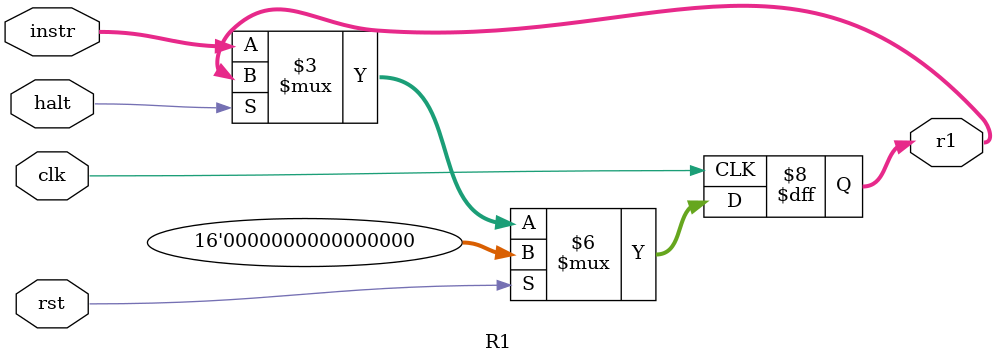
<source format=v>
module R1(
	input wire clk,
	input wire halt,
	input wire rst,
	input wire [15:0] instr,
	output reg [15:0] r1);
	

always @(posedge clk) begin
    if(rst)
        r1 <= 0;
    else if(halt)
        r1 <= r1;
    else
        r1 <= instr;
end

endmodule

</source>
